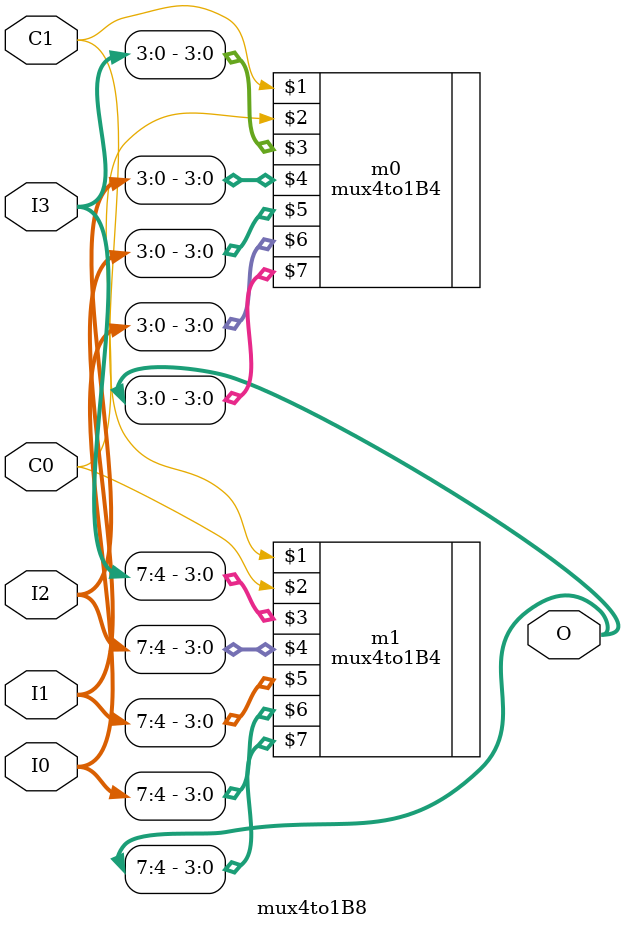
<source format=sv>
module mux4to1B8 (input logic C1, input logic C0, input logic [7:0] I3, 
	input logic[7:0] I2, input logic [7:0] I1, 
	input logic [7:0] I0, output logic [7:0] O);

	integer i;
	
	mux4to1B4 m0(C1,C0,I3[3:0],I2[3:0],I1[3:0],I0[3:0],O[3:0]);
	mux4to1B4 m1(C1,C0,I3[7:4],I2[7:4],I1[7:4],I0[7:4],O[7:4]);
	


endmodule
</source>
